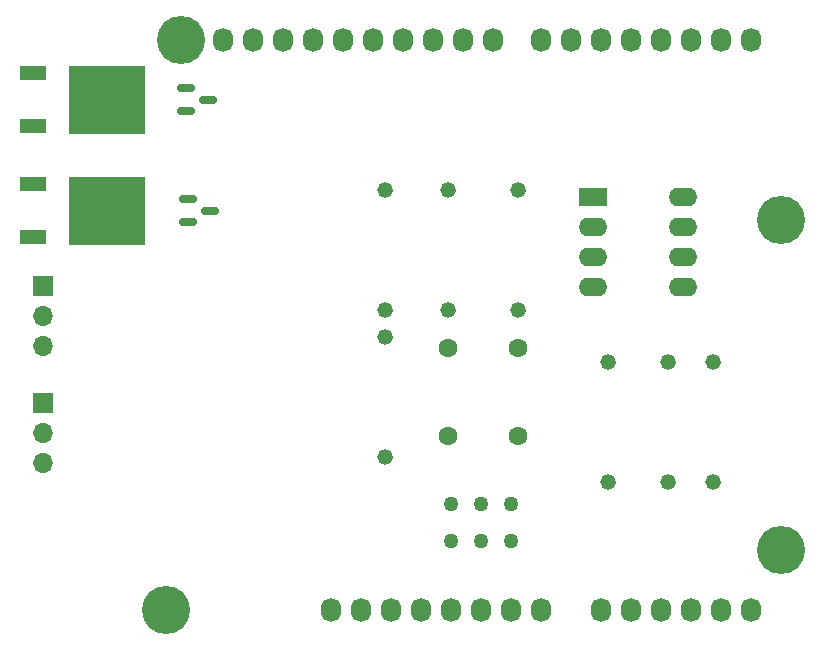
<source format=gbr>
%TF.GenerationSoftware,KiCad,Pcbnew,(6.0.4-0)*%
%TF.CreationDate,2023-04-23T00:41:00+09:00*%
%TF.ProjectId,carvetracer_arduino,63617276-6574-4726-9163-65725f617264,rev?*%
%TF.SameCoordinates,Original*%
%TF.FileFunction,Soldermask,Top*%
%TF.FilePolarity,Negative*%
%FSLAX46Y46*%
G04 Gerber Fmt 4.6, Leading zero omitted, Abs format (unit mm)*
G04 Created by KiCad (PCBNEW (6.0.4-0)) date 2023-04-23 00:41:00*
%MOMM*%
%LPD*%
G01*
G04 APERTURE LIST*
G04 Aperture macros list*
%AMRoundRect*
0 Rectangle with rounded corners*
0 $1 Rounding radius*
0 $2 $3 $4 $5 $6 $7 $8 $9 X,Y pos of 4 corners*
0 Add a 4 corners polygon primitive as box body*
4,1,4,$2,$3,$4,$5,$6,$7,$8,$9,$2,$3,0*
0 Add four circle primitives for the rounded corners*
1,1,$1+$1,$2,$3*
1,1,$1+$1,$4,$5*
1,1,$1+$1,$6,$7*
1,1,$1+$1,$8,$9*
0 Add four rect primitives between the rounded corners*
20,1,$1+$1,$2,$3,$4,$5,0*
20,1,$1+$1,$4,$5,$6,$7,0*
20,1,$1+$1,$6,$7,$8,$9,0*
20,1,$1+$1,$8,$9,$2,$3,0*%
G04 Aperture macros list end*
%ADD10O,1.727200X2.032000*%
%ADD11C,4.064000*%
%ADD12C,1.320800*%
%ADD13RoundRect,0.150000X-0.587500X-0.150000X0.587500X-0.150000X0.587500X0.150000X-0.587500X0.150000X0*%
%ADD14R,2.200000X1.200000*%
%ADD15R,6.400000X5.800000*%
%ADD16R,2.400000X1.600000*%
%ADD17O,2.400000X1.600000*%
%ADD18C,1.600000*%
%ADD19R,1.700000X1.700000*%
%ADD20O,1.700000X1.700000*%
%ADD21C,1.270000*%
G04 APERTURE END LIST*
D10*
%TO.C,P1*%
X138938000Y-123825000D03*
X141478000Y-123825000D03*
X144018000Y-123825000D03*
X146558000Y-123825000D03*
X149098000Y-123825000D03*
X151638000Y-123825000D03*
X154178000Y-123825000D03*
X156718000Y-123825000D03*
%TD*%
%TO.C,P2*%
X161798000Y-123825000D03*
X164338000Y-123825000D03*
X166878000Y-123825000D03*
X169418000Y-123825000D03*
X171958000Y-123825000D03*
X174498000Y-123825000D03*
%TD*%
%TO.C,P3*%
X129794000Y-75565000D03*
X132334000Y-75565000D03*
X134874000Y-75565000D03*
X137414000Y-75565000D03*
X139954000Y-75565000D03*
X142494000Y-75565000D03*
X145034000Y-75565000D03*
X147574000Y-75565000D03*
X150114000Y-75565000D03*
X152654000Y-75565000D03*
%TD*%
%TO.C,P4*%
X156718000Y-75565000D03*
X159258000Y-75565000D03*
X161798000Y-75565000D03*
X164338000Y-75565000D03*
X166878000Y-75565000D03*
X169418000Y-75565000D03*
X171958000Y-75565000D03*
X174498000Y-75565000D03*
%TD*%
D11*
%TO.C,P5*%
X124968000Y-123825000D03*
%TD*%
%TO.C,P6*%
X177038000Y-118745000D03*
%TD*%
%TO.C,P7*%
X126238000Y-75565000D03*
%TD*%
%TO.C,P8*%
X177038000Y-90805000D03*
%TD*%
D12*
%TO.C,R2*%
X154813000Y-98425000D03*
X154813000Y-88265000D03*
%TD*%
%TO.C,R5*%
X171323000Y-113030000D03*
X171323000Y-102870000D03*
%TD*%
D13*
%TO.C,Q3*%
X126824500Y-89093000D03*
X126824500Y-90993000D03*
X128699500Y-90043000D03*
%TD*%
%TO.C,Q4*%
X126649000Y-79695000D03*
X126649000Y-81595000D03*
X128524000Y-80645000D03*
%TD*%
D14*
%TO.C,Q1*%
X113691000Y-87762000D03*
D15*
X119991000Y-90042000D03*
D14*
X113691000Y-92322000D03*
%TD*%
D12*
%TO.C,R1*%
X143510000Y-110871000D03*
X143510000Y-100711000D03*
%TD*%
D16*
%TO.C,U1*%
X161163000Y-88900000D03*
D17*
X161163000Y-91440000D03*
X161163000Y-93980000D03*
X161163000Y-96520000D03*
X168783000Y-96520000D03*
X168783000Y-93980000D03*
X168783000Y-91440000D03*
X168783000Y-88900000D03*
%TD*%
D18*
%TO.C,C1*%
X154813000Y-101660000D03*
X154813000Y-109160000D03*
%TD*%
D14*
%TO.C,Q2*%
X113691000Y-78366000D03*
D15*
X119991000Y-80646000D03*
D14*
X113691000Y-82926000D03*
%TD*%
D19*
%TO.C,J1*%
X114554000Y-106299000D03*
D20*
X114554000Y-108839000D03*
X114554000Y-111379000D03*
%TD*%
D12*
%TO.C,R4*%
X167513000Y-102870000D03*
X167513000Y-113030000D03*
%TD*%
D21*
%TO.C,SW1*%
X154178000Y-114861340D03*
X149098000Y-114861340D03*
X154178000Y-118056660D03*
X149098000Y-118056660D03*
X151638000Y-114861340D03*
X151638000Y-117983000D03*
%TD*%
D12*
%TO.C,R3*%
X148844000Y-98425000D03*
X148844000Y-88265000D03*
%TD*%
%TO.C,R7*%
X143510000Y-88265000D03*
X143510000Y-98425000D03*
%TD*%
D18*
%TO.C,C2*%
X148844000Y-101660000D03*
X148844000Y-109160000D03*
%TD*%
D19*
%TO.C,J2*%
X114554000Y-96408000D03*
D20*
X114554000Y-98948000D03*
X114554000Y-101488000D03*
%TD*%
D12*
%TO.C,R6*%
X162433000Y-113030000D03*
X162433000Y-102870000D03*
%TD*%
M02*

</source>
